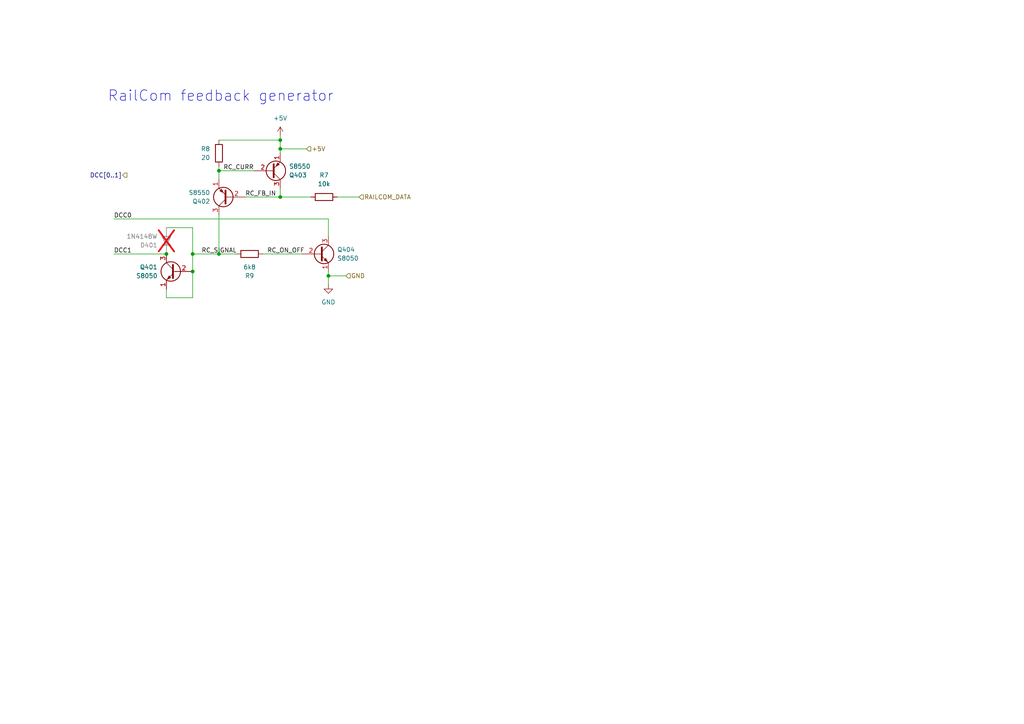
<source format=kicad_sch>
(kicad_sch (version 20231120) (generator "eeschema") (generator_version "7.99")
  (paper "A4")
  (lib_symbols
    (symbol "Device:R" (pin_numbers hide) (pin_names (offset 0))
      (property "Reference" "R" (at 2.032 0 90))
      (property "Value" "R" (at 0 0 90))
      (symbol "R_0_1"
        (rectangle (start -1.016 -2.54) (end 1.016 2.54) (stroke (width 0.254)))
      )
      (symbol "R_1_1"
        (pin passive line (at 0 3.81 270) (length 1.27) (name "~") (number "1"))
        (pin passive line (at 0 -3.81 90) (length 1.27) (name "~") (number "2"))
      )
    )
    (symbol "Diode:1N4148W" (pin_numbers hide) (pin_names hide)
      (property "Reference" "D" (at 0 2.54 0))
      (property "Value" "1N4148W" (at 0 -2.54 0))
      (symbol "1N4148W_0_1"
        (polyline (pts (xy -1.27 1.27) (xy -1.27 -1.27)) (stroke (width 0.254)))
        (polyline (pts (xy 1.27 0) (xy -1.27 0)))
        (polyline (pts (xy 1.27 1.27) (xy 1.27 -1.27) (xy -1.27 0) (xy 1.27 1.27)) (stroke (width 0.254)))
      )
      (symbol "1N4148W_1_1"
        (pin passive line (at -3.81 0 0) (length 2.54) (name "K") (number "1"))
        (pin passive line (at 3.81 0 180) (length 2.54) (name "A") (number "2"))
      )
    )
    (symbol "Transistor_BJT:S8050" (pin_names (offset 0) hide)
      (property "Reference" "Q" (at 5.08 1.905 0))
      (property "Value" "S8050" (at 5.08 0 0))
      (symbol "S8050_0_1"
        (polyline (pts (xy 0 0) (xy 0.635 0)))
        (polyline (pts (xy 0.635 0.635) (xy 2.54 2.54)))
        (polyline (pts (xy 0.635 -0.635) (xy 2.54 -2.54) (xy 2.54 -2.54)))
        (polyline (pts (xy 0.635 1.905) (xy 0.635 -1.905) (xy 0.635 -1.905)) (stroke (width 0.508)))
        (polyline (pts (xy 1.27 -1.778) (xy 1.778 -1.27) (xy 2.286 -2.286) (xy 1.27 -1.778) (xy 1.27 -1.778)) (fill (type outline)))
        (circle (center 1.27 0) (radius 2.8194) (stroke (width 0.254)))
      )
      (symbol "S8050_1_1"
        (pin passive line (at 2.54 -5.08 90) (length 2.54) (name "E") (number "1"))
        (pin input line (at -5.08 0 0) (length 5.08) (name "B") (number "2"))
        (pin passive line (at 2.54 5.08 270) (length 2.54) (name "C") (number "3"))
      )
    )
    (symbol "Transistor_BJT:S8550" (pin_names (offset 0) hide)
      (property "Reference" "Q" (at 5.08 1.905 0))
      (property "Value" "S8550" (at 5.08 0 0))
      (symbol "S8550_0_1"
        (polyline (pts (xy 0 0) (xy 0.635 0)))
        (polyline (pts (xy 2.54 -2.54) (xy 0.635 -0.635)))
        (polyline (pts (xy 2.54 2.54) (xy 0.635 0.635)))
        (polyline (pts (xy 0.635 1.905) (xy 0.635 -1.905) (xy 0.635 -1.905)) (stroke (width 0.508)) (fill (type outline)))
        (polyline (pts (xy 1.778 -2.286) (xy 2.286 -1.778) (xy 1.27 -1.27) (xy 1.778 -2.286) (xy 1.778 -2.286)) (fill (type outline)))
        (circle (center 1.27 0) (radius 2.8194) (stroke (width 0.254)))
      )
      (symbol "S8550_1_1"
        (pin passive line (at 2.54 -5.08 90) (length 2.54) (name "E") (number "1"))
        (pin input line (at -5.08 0 0) (length 5.08) (name "B") (number "2"))
        (pin passive line (at 2.54 5.08 270) (length 2.54) (name "C") (number "3"))
      )
    )
    (symbol "power:+5V" (power) (pin_names (offset 0))
      (property "Value" "+5V" (at 0 3.556 0))
      (symbol "+5V_0_1"
        (polyline (pts (xy -0.762 1.27) (xy 0 2.54)))
        (polyline (pts (xy 0 0) (xy 0 2.54)))
        (polyline (pts (xy 0 2.54) (xy 0.762 1.27)))
      )
      (symbol "+5V_1_1"
        (pin power_in line (at 0 0 90) (length 0) hide (name "+5V") (number "1"))
      )
    )
    (symbol "power:GND" (power) (pin_names (offset 0))
      (property "Value" "GND" (at 0 -3.81 0))
      (symbol "GND_0_1"
        (polyline (pts (xy 0 0) (xy 0 -1.27) (xy 1.27 -1.27) (xy 0 -2.54) (xy -1.27 -1.27) (xy 0 -1.27)))
      )
      (symbol "GND_1_1"
        (pin power_in line (at 0 0 270) (length 0) hide (name "GND") (number "1"))
      )
    )
  )
  (junction (at 81.28 40.64))
  (junction (at 63.5 73.66))
  (junction (at 55.88 78.74))
  (junction (at 55.88 73.66))
  (junction (at 95.25 80.01))
  (junction (at 48.26 73.66))
  (junction (at 81.28 57.15))
  (junction (at 81.28 43.18))
  (junction (at 63.5 49.53))
  (wire (pts (xy 81.28 57.15) (xy 81.28 54.61)))
  (wire (pts (xy 81.28 43.18) (xy 81.28 40.64)))
  (wire (pts (xy 48.26 66.04) (xy 55.88 66.04)))
  (wire (pts (xy 55.88 73.66) (xy 55.88 78.74)))
  (wire (pts (xy 63.5 62.23) (xy 63.5 73.66)))
  (wire (pts (xy 95.25 63.5) (xy 95.25 68.58)))
  (wire (pts (xy 55.88 78.74) (xy 55.88 86.36)))
  (wire (pts (xy 63.5 52.07) (xy 63.5 49.53)))
  (wire (pts (xy 81.28 44.45) (xy 81.28 43.18)))
  (wire (pts (xy 81.28 39.37) (xy 81.28 40.64)))
  (wire (pts (xy 55.88 66.04) (xy 55.88 73.66)))
  (wire (pts (xy 48.26 86.36) (xy 48.26 83.82)))
  (wire (pts (xy 95.25 78.74) (xy 95.25 80.01)))
  (wire (pts (xy 33.02 73.66) (xy 48.26 73.66)))
  (wire (pts (xy 100.33 80.01) (xy 95.25 80.01)))
  (wire (pts (xy 81.28 40.64) (xy 63.5 40.64)))
  (wire (pts (xy 97.79 57.15) (xy 104.14 57.15)))
  (wire (pts (xy 81.28 43.18) (xy 88.9 43.18)))
  (wire (pts (xy 90.17 57.15) (xy 81.28 57.15)))
  (wire (pts (xy 95.25 80.01) (xy 95.25 82.55)))
  (wire (pts (xy 63.5 48.26) (xy 63.5 49.53)))
  (wire (pts (xy 63.5 49.53) (xy 73.66 49.53)))
  (wire (pts (xy 55.88 73.66) (xy 63.5 73.66)))
  (wire (pts (xy 33.02 63.5) (xy 95.25 63.5)))
  (wire (pts (xy 87.63 73.66) (xy 76.2 73.66)))
  (wire (pts (xy 63.5 73.66) (xy 68.58 73.66)))
  (wire (pts (xy 71.12 57.15) (xy 81.28 57.15)))
  (wire (pts (xy 55.88 86.36) (xy 48.26 86.36)))
  (text "RailCom feedback generator" (at 64.008 27.94 0) (effects (font (size 3.048 3.048))))
  (label "DCC0" (at 33.02 63.5 0))
  (label "RC_CURR" (at 64.77 49.53 0))
  (label "RC_FB_IN" (at 71.12 57.15 0))
  (label "DCC1" (at 33.02 73.66 0))
  (label "RC_SIGNAL" (at 58.42 73.66 0))
  (label "RC_ON_OFF" (at 77.47 73.66 0))
  (hierarchical_label "DCC[0..1]" (shape output) (at 36.83 50.8 180))
  (hierarchical_label "GND" (shape input) (at 100.33 80.01 0))
  (hierarchical_label "+5V" (shape input) (at 88.9 43.18 0))
  (hierarchical_label "RAILCOM_DATA" (shape input) (at 104.14 57.15 0))
  (symbol (lib_id "Transistor_BJT:S8550") (at 78.74 49.53 0) (mirror x) (unit 1)
    (property "Reference" "Q403" (at 83.82 50.8 0) (effects (justify left)))
    (property "Value" "S8550" (at 83.82 48.26 0) (effects (justify left)))
    (property "Footprint" "Package_TO_SOT_SMD:SOT-23" (effects (hide yes)))
    (property "Datasheet" "http://www.unisonic.com.tw/datasheet/S8550.pdf" (effects (hide yes)))
    (property "Description" "0.7A Ic, 20V Vce, Low Voltage High Current PNP Transistor, TO-92" (effects (hide yes)))
    (property "LCSC" "C8542" (effects (hide yes)))
  )
  (symbol (lib_id "Transistor_BJT:S8550") (at 66.04 57.15 180) (unit 1)
    (property "Reference" "Q402" (at 60.96 58.42 0) (effects (justify left)))
    (property "Value" "S8550" (at 60.96 55.88 0) (effects (justify left)))
    (property "Footprint" "Package_TO_SOT_SMD:SOT-23" (effects (hide yes)))
    (property "Datasheet" "http://www.unisonic.com.tw/datasheet/S8550.pdf" (effects (hide yes)))
    (property "Description" "0.7A Ic, 20V Vce, Low Voltage High Current PNP Transistor, TO-92" (effects (hide yes)))
    (property "LCSC" "C8542" (effects (hide yes)))
  )
  (symbol (lib_id "Transistor_BJT:S8050") (at 50.8 78.74 0) (mirror y) (unit 1)
    (property "Reference" "Q401" (at 45.72 77.47 0) (effects (justify left)))
    (property "Value" "S8050" (at 45.72 80.01 0) (effects (justify left)))
    (property "Footprint" "Package_TO_SOT_SMD:SOT-23" (effects (hide yes)))
    (property "Datasheet" "http://www.unisonic.com.tw/datasheet/S8050.pdf" (effects (hide yes)))
    (property "Description" "0.7A Ic, 20V Vce, Low Voltage High Current NPN Transistor, TO-92" (effects (hide yes)))
    (property "LCSC" "C2150" (effects (hide yes)))
  )
  (symbol (lib_id "Device:R") (at 93.98 57.15 90) (unit 1)
    (property "Reference" "R7" (at 93.98 50.8 90))
    (property "Value" "10k" (at 93.98 53.34 90))
    (property "Footprint" "Resistor_SMD:R_0805_2012Metric_Pad1.20x1.40mm_HandSolder" (effects (hide yes)))
    (property "Description" "Resistor" (effects (hide yes)))
    (property "LCSC" "C17414" (effects (hide yes)))
    (instances (project "DecoderInputStages" (path "" (reference "R7") (unit 1))) (project "xDuinoRailShield" (path "" (reference "R403") (unit 1))))
  )
  (symbol (lib_id "Transistor_BJT:S8050") (at 92.71 73.66 0) (unit 1)
    (property "Reference" "Q404" (at 97.79 72.39 0) (effects (justify left)))
    (property "Value" "S8050" (at 97.79 74.93 0) (effects (justify left)))
    (property "Footprint" "Package_TO_SOT_SMD:SOT-23" (effects (hide yes)))
    (property "Datasheet" "http://www.unisonic.com.tw/datasheet/S8050.pdf" (effects (hide yes)))
    (property "Description" "0.7A Ic, 20V Vce, Low Voltage High Current NPN Transistor, TO-92" (effects (hide yes)))
    (property "LCSC" "C2150" (effects (hide yes)))
  )
  (symbol (lib_id "power:GND") (at 95.25 82.55 0) (unit 1)
    (property "Reference" "#PWR05" (effects (hide yes)))
    (property "Value" "GND" (at 95.25 87.63 0))
    (property "Description" "Power symbol creates a global label with name \"GND\" , ground" (effects (hide yes)))
    (instances (project "DecoderInputStages" (path "" (reference "#PWR05") (unit 1))) (project "xDuinoRailShield" (path "" (reference "#PWR0402") (unit 1))))
  )
  (symbol (lib_id "power:+5V") (at 81.28 39.37 0) (unit 1)
    (property "Reference" "#PWR04" (effects (hide yes)))
    (property "Value" "+5V" (at 81.28 34.29 0))
    (property "Description" "Power symbol creates a global label with name \"+5V\"" (effects (hide yes)))
    (instances (project "DecoderInputStages" (path "" (reference "#PWR04") (unit 1))) (project "xDuinoRailShield" (path "" (reference "#PWR0401") (unit 1))))
  )
  (symbol (lib_id "Device:R") (at 63.5 44.45 0) (mirror x) (unit 1)
    (property "Reference" "R8" (at 60.96 43.18 0) (effects (justify right)))
    (property "Value" "20" (at 60.96 45.72 0) (effects (justify right)))
    (property "Footprint" "Resistor_SMD:R_0805_2012Metric_Pad1.20x1.40mm_HandSolder" (effects (hide yes)))
    (property "Description" "Resistor" (effects (hide yes)))
    (property "LCSC" "C17544" (effects (hide yes)))
    (instances (project "DecoderInputStages" (path "" (reference "R8") (unit 1))) (project "xDuinoRailShield" (path "" (reference "R401") (unit 1))))
  )
  (symbol (lib_id "Device:R") (at 72.39 73.66 90) (mirror x) (unit 1)
    (property "Reference" "R9" (at 72.39 80.01 90))
    (property "Value" "6k8" (at 72.39 77.47 90))
    (property "Footprint" "Resistor_SMD:R_0805_2012Metric_Pad1.20x1.40mm_HandSolder" (effects (hide yes)))
    (property "Description" "Resistor" (effects (hide yes)))
    (property "LCSC" "C17772" (effects (hide yes)))
    (instances (project "DecoderInputStages" (path "" (reference "R9") (unit 1))) (project "xDuinoRailShield" (path "" (reference "R402") (unit 1))))
  )
  (symbol (lib_id "Diode:1N4148W") (at 48.26 69.85 90) (unit 1) (in_bom no) (on_board no) (dnp yes)
    (property "Reference" "D401" (at 45.72 71.12 90) (effects (justify left)))
    (property "Value" "1N4148W" (at 45.72 68.58 90) (effects (justify left)))
    (property "Footprint" "Diode_SMD:D_SOD-123" (effects (hide yes)))
    (property "Datasheet" "https://www.vishay.com/docs/85748/1n4148w.pdf" (effects (hide yes)))
    (property "Description" "75V 0.15A Fast Switching Diode, SOD-123" (effects (hide yes)))
    (property "Sim.Device" "D" (effects (hide yes)))
    (property "Sim.Pins" "1=K 2=A" (effects (hide yes)))
    (property "LCSC" "C81598" (effects (hide yes)))
  )
)
</source>
